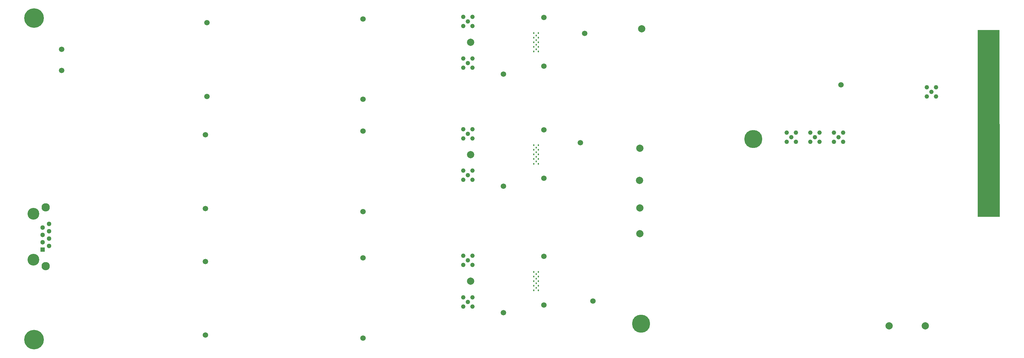
<source format=gbr>
G04 #@! TF.GenerationSoftware,KiCad,Pcbnew,(5.1.9)-1*
G04 #@! TF.CreationDate,2021-02-17T12:42:34-05:00*
G04 #@! TF.ProjectId,input_board,696e7075-745f-4626-9f61-72642e6b6963,rev?*
G04 #@! TF.SameCoordinates,Original*
G04 #@! TF.FileFunction,Soldermask,Bot*
G04 #@! TF.FilePolarity,Negative*
%FSLAX46Y46*%
G04 Gerber Fmt 4.6, Leading zero omitted, Abs format (unit mm)*
G04 Created by KiCad (PCBNEW (5.1.9)-1) date 2021-02-17 12:42:34*
%MOMM*%
%LPD*%
G01*
G04 APERTURE LIST*
%ADD10C,0.100000*%
%ADD11C,2.000000*%
%ADD12C,5.000000*%
%ADD13C,1.500000*%
%ADD14C,2.300000*%
%ADD15C,3.250000*%
%ADD16C,1.300000*%
%ADD17R,1.300000X1.300000*%
%ADD18R,4.300000X0.700000*%
%ADD19R,3.200000X0.700000*%
%ADD20C,5.400000*%
%ADD21C,0.800000*%
%ADD22C,0.457200*%
%ADD23C,1.240000*%
G04 APERTURE END LIST*
D10*
G36*
X284980000Y-110400000D02*
G01*
X278980000Y-110400000D01*
X278980000Y-58800000D01*
X284880000Y-58800000D01*
X284980000Y-110400000D01*
G37*
X284980000Y-110400000D02*
X278980000Y-110400000D01*
X278980000Y-58800000D01*
X284880000Y-58800000D01*
X284980000Y-110400000D01*
D11*
X138930000Y-128250000D03*
X138930000Y-93250000D03*
X138930000Y-62250000D03*
X185600000Y-100400000D03*
X185680000Y-115100000D03*
X185680000Y-108000000D03*
X185680000Y-91500000D03*
X186180000Y-58500000D03*
D12*
X217000000Y-89000000D03*
D13*
X26000000Y-70000000D03*
X26000000Y-64200000D03*
D14*
X21570000Y-124070000D03*
X21570000Y-107810000D03*
D15*
X18140000Y-109590000D03*
X18140000Y-122290000D03*
D16*
X22460000Y-112388000D03*
X22460000Y-114420000D03*
X22460000Y-116452000D03*
X22460000Y-118484000D03*
X20680000Y-113404000D03*
X20680000Y-115436000D03*
X20680000Y-117468000D03*
D17*
X20680000Y-119500000D03*
D18*
X281180000Y-73500000D03*
X281180000Y-72500000D03*
X281180000Y-78500000D03*
X281180000Y-77500000D03*
X281180000Y-76500000D03*
X281180000Y-75500000D03*
X281180000Y-74500000D03*
X281180000Y-69500000D03*
X281180000Y-68500000D03*
X281180000Y-67500000D03*
X281180000Y-66500000D03*
X281180000Y-65500000D03*
X281180000Y-64500000D03*
X281180000Y-63500000D03*
X281180000Y-62500000D03*
X281180000Y-61500000D03*
X281180000Y-60500000D03*
X281180000Y-59500000D03*
X281180000Y-79500000D03*
X281180000Y-80500000D03*
X281180000Y-81500000D03*
X281180000Y-82500000D03*
X281180000Y-83500000D03*
X281180000Y-84500000D03*
X281180000Y-85500000D03*
X281180000Y-86500000D03*
X281180000Y-87500000D03*
X281180000Y-88500000D03*
X281180000Y-89500000D03*
X281180000Y-90500000D03*
X281180000Y-91500000D03*
X281180000Y-92500000D03*
X281180000Y-93500000D03*
X281180000Y-94500000D03*
X281180000Y-95500000D03*
X281180000Y-96500000D03*
X281180000Y-97500000D03*
X281180000Y-98500000D03*
X281180000Y-99500000D03*
X281180000Y-100500000D03*
X281180000Y-101500000D03*
X281180000Y-102500000D03*
X281180000Y-103500000D03*
X281180000Y-104500000D03*
X281180000Y-105500000D03*
X281180000Y-106500000D03*
X281180000Y-107500000D03*
D19*
X280630000Y-108500000D03*
D18*
X281180000Y-109500000D03*
D11*
X264500000Y-140600000D03*
X254500000Y-140600000D03*
D20*
X18380000Y-144450000D03*
D21*
X20405000Y-144450000D03*
X19811891Y-145881891D03*
X18380000Y-146475000D03*
X16948109Y-145881891D03*
X16355000Y-144450000D03*
X16948109Y-143018109D03*
X18380000Y-142425000D03*
X19811891Y-143018109D03*
X19811891Y-54118109D03*
X18380000Y-53525000D03*
X16948109Y-54118109D03*
X16355000Y-55550000D03*
X16948109Y-56981891D03*
X18380000Y-57575000D03*
X19811891Y-56981891D03*
X20405000Y-55550000D03*
D20*
X18380000Y-55550000D03*
D22*
X157002500Y-130155000D03*
X157002500Y-128875000D03*
X157002500Y-127595000D03*
X157002500Y-126315000D03*
X157662500Y-130795000D03*
X156342500Y-130795000D03*
X157662500Y-129515000D03*
X156342500Y-129515000D03*
X157662500Y-128235000D03*
X156342500Y-128235000D03*
X157662500Y-126955000D03*
X156342500Y-126955000D03*
X157662500Y-125675000D03*
X156342500Y-125675000D03*
X157002500Y-95155000D03*
X157002500Y-93875000D03*
X157002500Y-92595000D03*
X157002500Y-91315000D03*
X157662500Y-95795000D03*
X156342500Y-95795000D03*
X157662500Y-94515000D03*
X156342500Y-94515000D03*
X157662500Y-93235000D03*
X156342500Y-93235000D03*
X157662500Y-91955000D03*
X156342500Y-91955000D03*
X157662500Y-90675000D03*
X156342500Y-90675000D03*
X157002500Y-64155000D03*
X157002500Y-62875000D03*
X157002500Y-61595000D03*
X157002500Y-60315000D03*
X157662500Y-64795000D03*
X156342500Y-64795000D03*
X157662500Y-63515000D03*
X156342500Y-63515000D03*
X157662500Y-62235000D03*
X156342500Y-62235000D03*
X157662500Y-60955000D03*
X156342500Y-60955000D03*
X157662500Y-59675000D03*
X156342500Y-59675000D03*
D13*
X172680000Y-133750000D03*
X147980000Y-137000000D03*
X159130000Y-121400000D03*
X159130000Y-134850000D03*
X65680000Y-122800000D03*
X65680000Y-143200000D03*
X109180000Y-144000000D03*
X109180000Y-121800000D03*
X169180000Y-90000000D03*
X147980000Y-102000000D03*
X159130000Y-86400000D03*
X159130000Y-99850000D03*
X65680000Y-87800000D03*
X65680000Y-108200000D03*
X109180000Y-109000000D03*
X109180000Y-86800000D03*
D23*
X136910000Y-135270000D03*
X139450000Y-132730000D03*
X139450000Y-135270000D03*
X136910000Y-132730000D03*
X138180000Y-134000000D03*
X136910000Y-123770000D03*
X139450000Y-121230000D03*
X139450000Y-123770000D03*
X136910000Y-121230000D03*
X138180000Y-122500000D03*
X136910000Y-100270000D03*
X139450000Y-97730000D03*
X139450000Y-100270000D03*
X136910000Y-97730000D03*
X138180000Y-99000000D03*
X136910000Y-88770000D03*
X139450000Y-86230000D03*
X139450000Y-88770000D03*
X136910000Y-86230000D03*
X138180000Y-87500000D03*
X136910000Y-69270000D03*
X139450000Y-66730000D03*
X139450000Y-69270000D03*
X136910000Y-66730000D03*
X138180000Y-68000000D03*
D13*
X147980000Y-71000000D03*
D12*
X186000000Y-140000000D03*
D13*
X241180000Y-74000000D03*
X66080000Y-56800000D03*
X66080000Y-77200000D03*
X109180000Y-78000000D03*
X109180000Y-55800000D03*
D23*
X136910000Y-57770000D03*
X139450000Y-55230000D03*
X139450000Y-57770000D03*
X136910000Y-55230000D03*
X138180000Y-56500000D03*
X264910000Y-77170000D03*
X267450000Y-74630000D03*
X267450000Y-77170000D03*
X264910000Y-74630000D03*
X266180000Y-75900000D03*
X232710000Y-89770000D03*
X235250000Y-87230000D03*
X235250000Y-89770000D03*
X232710000Y-87230000D03*
X233980000Y-88500000D03*
X239210000Y-89770000D03*
X241750000Y-87230000D03*
X241750000Y-89770000D03*
X239210000Y-87230000D03*
X240480000Y-88500000D03*
X226210000Y-89770000D03*
X228750000Y-87230000D03*
X228750000Y-89770000D03*
X226210000Y-87230000D03*
X227480000Y-88500000D03*
D13*
X170430000Y-59750000D03*
X159130000Y-55400000D03*
X159130000Y-68850000D03*
M02*

</source>
